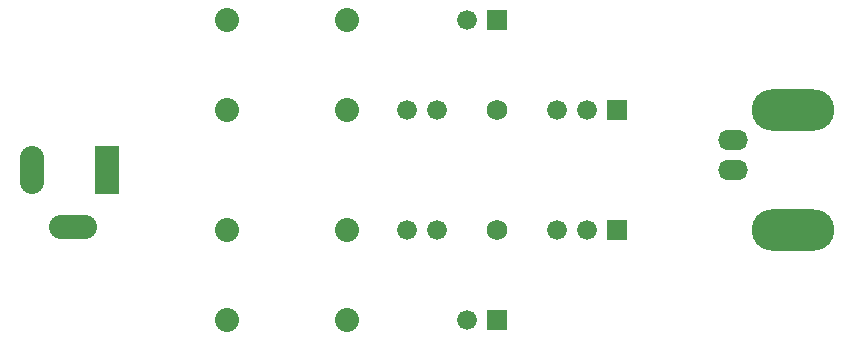
<source format=gbr>
%TF.GenerationSoftware,KiCad,Pcbnew,9.0.6*%
%TF.CreationDate,2026-02-11T14:43:15-08:00*%
%TF.ProjectId,7L_LED_Flasher,374c5f4c-4544-45f4-966c-61736865722e,rev?*%
%TF.SameCoordinates,Original*%
%TF.FileFunction,Soldermask,Bot*%
%TF.FilePolarity,Negative*%
%FSLAX46Y46*%
G04 Gerber Fmt 4.6, Leading zero omitted, Abs format (unit mm)*
G04 Created by KiCad (PCBNEW 9.0.6) date 2026-02-11 14:43:15*
%MOMM*%
%LPD*%
G01*
G04 APERTURE LIST*
%ADD10R,1.676400X1.676400*%
%ADD11C,1.676400*%
%ADD12C,2.032000*%
%ADD13C,1.727200*%
%ADD14R,2.032000X4.064000*%
%ADD15O,2.032000X4.064000*%
%ADD16O,4.064000X2.032000*%
%ADD17O,2.540000X1.701800*%
%ADD18O,7.000000X3.500000*%
G04 APERTURE END LIST*
D10*
%TO.C,Q2*%
X101600000Y-55880000D03*
D11*
X99060000Y-55880000D03*
X96520000Y-55880000D03*
%TD*%
%TO.C,C1*%
X83860000Y-45760000D03*
X86360000Y-45760000D03*
%TD*%
D10*
%TO.C,Q1*%
X101600000Y-45720000D03*
D11*
X99060000Y-45720000D03*
X96520000Y-45720000D03*
%TD*%
D12*
%TO.C,R4*%
X68580000Y-63500000D03*
X78740000Y-63500000D03*
%TD*%
D10*
%TO.C,D1*%
X91440000Y-38100000D03*
D11*
X88900000Y-38100000D03*
%TD*%
D13*
%TO.C,REF\u002A\u002A*%
X91440000Y-45720000D03*
%TD*%
D12*
%TO.C,R1*%
X68580000Y-45720000D03*
X78740000Y-45720000D03*
%TD*%
%TO.C,R3*%
X68580000Y-38100000D03*
X78740000Y-38100000D03*
%TD*%
D11*
%TO.C,C2*%
X86360000Y-55880000D03*
X83860000Y-55880000D03*
%TD*%
D12*
%TO.C,R2*%
X68580000Y-55880000D03*
X78740000Y-55880000D03*
%TD*%
D14*
%TO.C,J3*%
X58420000Y-50800000D03*
D15*
X52120000Y-50800000D03*
D16*
X55520000Y-55600000D03*
%TD*%
D13*
%TO.C,*%
X91440000Y-55880000D03*
%TD*%
D10*
%TO.C,D2*%
X91440000Y-63500000D03*
D11*
X88900000Y-63500000D03*
%TD*%
D17*
%TO.C,J1*%
X111450000Y-50800000D03*
D18*
X116530000Y-45720000D03*
D17*
X111450000Y-48260000D03*
D18*
X116530000Y-55880000D03*
%TD*%
M02*

</source>
